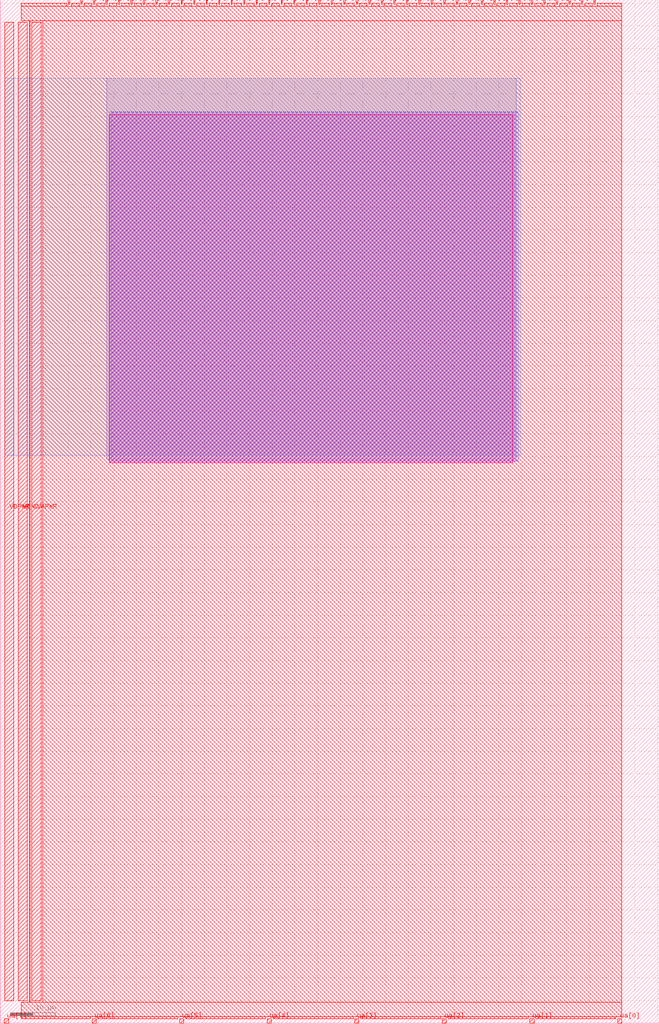
<source format=lef>
MACRO tt_um_sonos_flash_party
  CLASS BLOCK ;
  FOREIGN tt_um_sonos_flash_party ;
  ORIGIN 0.000 0.000 ;
  SIZE 145.360 BY 225.760 ;
  PIN clk
    DIRECTION INPUT ;
    USE SIGNAL ;
    ANTENNAGATEAREA 2.000000 ;
    PORT
      LAYER met4 ;
        RECT 128.190 224.760 128.490 225.760 ;
    END
  END clk
  PIN ena
    DIRECTION INPUT ;
    USE SIGNAL ;
    PORT
      LAYER met4 ;
        RECT 130.950 224.760 131.250 225.760 ;
    END
  END ena
  PIN rst_n
    DIRECTION INPUT ;
    USE SIGNAL ;
    PORT
      LAYER met4 ;
        RECT 125.430 224.760 125.730 225.760 ;
    END
  END rst_n
  PIN ua[0]
    DIRECTION INOUT ;
    USE SIGNAL ;
    ANTENNAGATEAREA 10.000000 ;
    ANTENNADIFFAREA 8.497000 ;
    PORT
      LAYER met4 ;
        RECT 136.170 0.000 137.070 1.000 ;
    END
  END ua[0]
  PIN ua[1]
    DIRECTION INOUT ;
    USE SIGNAL ;
    PORT
      LAYER met4 ;
        RECT 116.850 0.000 117.750 1.000 ;
    END
  END ua[1]
  PIN ua[2]
    DIRECTION INOUT ;
    USE SIGNAL ;
    PORT
      LAYER met4 ;
        RECT 97.530 0.000 98.430 1.000 ;
    END
  END ua[2]
  PIN ua[3]
    DIRECTION INOUT ;
    USE SIGNAL ;
    PORT
      LAYER met4 ;
        RECT 78.210 0.000 79.110 1.000 ;
    END
  END ua[3]
  PIN ua[4]
    DIRECTION INOUT ;
    USE SIGNAL ;
    PORT
      LAYER met4 ;
        RECT 58.890 0.000 59.790 1.000 ;
    END
  END ua[4]
  PIN ua[5]
    DIRECTION INOUT ;
    USE SIGNAL ;
    PORT
      LAYER met4 ;
        RECT 39.570 0.000 40.470 1.000 ;
    END
  END ua[5]
  PIN ua[6]
    DIRECTION INOUT ;
    USE SIGNAL ;
    PORT
      LAYER met4 ;
        RECT 20.250 0.000 21.150 1.000 ;
    END
  END ua[6]
  PIN ua[7]
    DIRECTION INOUT ;
    USE SIGNAL ;
    PORT
      LAYER met4 ;
        RECT 0.930 0.000 1.830 1.000 ;
    END
  END ua[7]
  PIN ui_in[0]
    DIRECTION INPUT ;
    USE SIGNAL ;
    ANTENNAGATEAREA 19.500000 ;
    PORT
      LAYER met4 ;
        RECT 122.670 224.760 122.970 225.760 ;
    END
  END ui_in[0]
  PIN ui_in[1]
    DIRECTION INPUT ;
    USE SIGNAL ;
    ANTENNAGATEAREA 19.500000 ;
    PORT
      LAYER met4 ;
        RECT 119.910 224.760 120.210 225.760 ;
    END
  END ui_in[1]
  PIN ui_in[2]
    DIRECTION INPUT ;
    USE SIGNAL ;
    ANTENNAGATEAREA 7.000000 ;
    PORT
      LAYER met4 ;
        RECT 117.150 224.760 117.450 225.760 ;
    END
  END ui_in[2]
  PIN ui_in[3]
    DIRECTION INPUT ;
    USE SIGNAL ;
    PORT
      LAYER met4 ;
        RECT 114.390 224.760 114.690 225.760 ;
    END
  END ui_in[3]
  PIN ui_in[4]
    DIRECTION INPUT ;
    USE SIGNAL ;
    PORT
      LAYER met4 ;
        RECT 111.630 224.760 111.930 225.760 ;
    END
  END ui_in[4]
  PIN ui_in[5]
    DIRECTION INPUT ;
    USE SIGNAL ;
    PORT
      LAYER met4 ;
        RECT 108.870 224.760 109.170 225.760 ;
    END
  END ui_in[5]
  PIN ui_in[6]
    DIRECTION INPUT ;
    USE SIGNAL ;
    PORT
      LAYER met4 ;
        RECT 106.110 224.760 106.410 225.760 ;
    END
  END ui_in[6]
  PIN ui_in[7]
    DIRECTION INPUT ;
    USE SIGNAL ;
    PORT
      LAYER met4 ;
        RECT 103.350 224.760 103.650 225.760 ;
    END
  END ui_in[7]
  PIN uio_in[0]
    DIRECTION INPUT ;
    USE SIGNAL ;
    PORT
      LAYER met4 ;
        RECT 100.590 224.760 100.890 225.760 ;
    END
  END uio_in[0]
  PIN uio_in[1]
    DIRECTION INPUT ;
    USE SIGNAL ;
    PORT
      LAYER met4 ;
        RECT 97.830 224.760 98.130 225.760 ;
    END
  END uio_in[1]
  PIN uio_in[2]
    DIRECTION INPUT ;
    USE SIGNAL ;
    PORT
      LAYER met4 ;
        RECT 95.070 224.760 95.370 225.760 ;
    END
  END uio_in[2]
  PIN uio_in[3]
    DIRECTION INPUT ;
    USE SIGNAL ;
    PORT
      LAYER met4 ;
        RECT 92.310 224.760 92.610 225.760 ;
    END
  END uio_in[3]
  PIN uio_in[4]
    DIRECTION INPUT ;
    USE SIGNAL ;
    PORT
      LAYER met4 ;
        RECT 89.550 224.760 89.850 225.760 ;
    END
  END uio_in[4]
  PIN uio_in[5]
    DIRECTION INPUT ;
    USE SIGNAL ;
    PORT
      LAYER met4 ;
        RECT 86.790 224.760 87.090 225.760 ;
    END
  END uio_in[5]
  PIN uio_in[6]
    DIRECTION INPUT ;
    USE SIGNAL ;
    PORT
      LAYER met4 ;
        RECT 84.030 224.760 84.330 225.760 ;
    END
  END uio_in[6]
  PIN uio_in[7]
    DIRECTION INPUT ;
    USE SIGNAL ;
    PORT
      LAYER met4 ;
        RECT 81.270 224.760 81.570 225.760 ;
    END
  END uio_in[7]
  PIN uio_oe[0]
    DIRECTION OUTPUT ;
    USE SIGNAL ;
    ANTENNAGATEAREA 5.000000 ;
    ANTENNADIFFAREA 50.911999 ;
    PORT
      LAYER met4 ;
        RECT 34.350 224.760 34.650 225.760 ;
    END
  END uio_oe[0]
  PIN uio_oe[1]
    DIRECTION OUTPUT ;
    USE SIGNAL ;
    ANTENNAGATEAREA 5.000000 ;
    ANTENNADIFFAREA 50.911999 ;
    PORT
      LAYER met4 ;
        RECT 31.590 224.760 31.890 225.760 ;
    END
  END uio_oe[1]
  PIN uio_oe[2]
    DIRECTION OUTPUT ;
    USE SIGNAL ;
    ANTENNAGATEAREA 5.000000 ;
    ANTENNADIFFAREA 50.911999 ;
    PORT
      LAYER met4 ;
        RECT 28.830 224.760 29.130 225.760 ;
    END
  END uio_oe[2]
  PIN uio_oe[3]
    DIRECTION OUTPUT ;
    USE SIGNAL ;
    ANTENNAGATEAREA 5.000000 ;
    ANTENNADIFFAREA 50.911999 ;
    PORT
      LAYER met4 ;
        RECT 26.070 224.760 26.370 225.760 ;
    END
  END uio_oe[3]
  PIN uio_oe[4]
    DIRECTION OUTPUT ;
    USE SIGNAL ;
    ANTENNAGATEAREA 5.000000 ;
    ANTENNADIFFAREA 50.911999 ;
    PORT
      LAYER met4 ;
        RECT 23.310 224.760 23.610 225.760 ;
    END
  END uio_oe[4]
  PIN uio_oe[5]
    DIRECTION OUTPUT ;
    USE SIGNAL ;
    ANTENNAGATEAREA 5.000000 ;
    ANTENNADIFFAREA 50.911999 ;
    PORT
      LAYER met4 ;
        RECT 20.550 224.760 20.850 225.760 ;
    END
  END uio_oe[5]
  PIN uio_oe[6]
    DIRECTION OUTPUT ;
    USE SIGNAL ;
    ANTENNAGATEAREA 5.000000 ;
    ANTENNADIFFAREA 50.911999 ;
    PORT
      LAYER met4 ;
        RECT 17.790 224.760 18.090 225.760 ;
    END
  END uio_oe[6]
  PIN uio_oe[7]
    DIRECTION OUTPUT ;
    USE SIGNAL ;
    ANTENNAGATEAREA 5.000000 ;
    ANTENNADIFFAREA 50.911999 ;
    PORT
      LAYER met4 ;
        RECT 15.030 224.760 15.330 225.760 ;
    END
  END uio_oe[7]
  PIN uio_out[0]
    DIRECTION OUTPUT ;
    USE SIGNAL ;
    ANTENNAGATEAREA 5.000000 ;
    ANTENNADIFFAREA 50.911999 ;
    PORT
      LAYER met4 ;
        RECT 56.430 224.760 56.730 225.760 ;
    END
  END uio_out[0]
  PIN uio_out[1]
    DIRECTION OUTPUT ;
    USE SIGNAL ;
    ANTENNAGATEAREA 5.000000 ;
    ANTENNADIFFAREA 50.911999 ;
    PORT
      LAYER met4 ;
        RECT 53.670 224.760 53.970 225.760 ;
    END
  END uio_out[1]
  PIN uio_out[2]
    DIRECTION OUTPUT ;
    USE SIGNAL ;
    ANTENNAGATEAREA 5.000000 ;
    ANTENNADIFFAREA 50.911999 ;
    PORT
      LAYER met4 ;
        RECT 50.910 224.760 51.210 225.760 ;
    END
  END uio_out[2]
  PIN uio_out[3]
    DIRECTION OUTPUT ;
    USE SIGNAL ;
    ANTENNAGATEAREA 5.000000 ;
    ANTENNADIFFAREA 50.911999 ;
    PORT
      LAYER met4 ;
        RECT 48.150 224.760 48.450 225.760 ;
    END
  END uio_out[3]
  PIN uio_out[4]
    DIRECTION OUTPUT ;
    USE SIGNAL ;
    ANTENNAGATEAREA 5.000000 ;
    ANTENNADIFFAREA 50.911999 ;
    PORT
      LAYER met4 ;
        RECT 45.390 224.760 45.690 225.760 ;
    END
  END uio_out[4]
  PIN uio_out[5]
    DIRECTION OUTPUT ;
    USE SIGNAL ;
    ANTENNAGATEAREA 5.000000 ;
    ANTENNADIFFAREA 50.911999 ;
    PORT
      LAYER met4 ;
        RECT 42.630 224.760 42.930 225.760 ;
    END
  END uio_out[5]
  PIN uio_out[6]
    DIRECTION OUTPUT ;
    USE SIGNAL ;
    ANTENNAGATEAREA 5.000000 ;
    ANTENNADIFFAREA 50.911999 ;
    PORT
      LAYER met4 ;
        RECT 39.870 224.760 40.170 225.760 ;
    END
  END uio_out[6]
  PIN uio_out[7]
    DIRECTION OUTPUT ;
    USE SIGNAL ;
    ANTENNAGATEAREA 5.000000 ;
    ANTENNADIFFAREA 50.911999 ;
    PORT
      LAYER met4 ;
        RECT 37.110 224.760 37.410 225.760 ;
    END
  END uio_out[7]
  PIN uo_out[0]
    DIRECTION OUTPUT ;
    USE SIGNAL ;
    ANTENNADIFFAREA 0.580000 ;
    PORT
      LAYER met4 ;
        RECT 78.510 224.760 78.810 225.760 ;
    END
  END uo_out[0]
  PIN uo_out[1]
    DIRECTION OUTPUT ;
    USE SIGNAL ;
    ANTENNAGATEAREA 5.000000 ;
    ANTENNADIFFAREA 50.911999 ;
    PORT
      LAYER met4 ;
        RECT 75.750 224.760 76.050 225.760 ;
    END
  END uo_out[1]
  PIN uo_out[2]
    DIRECTION OUTPUT ;
    USE SIGNAL ;
    ANTENNAGATEAREA 5.000000 ;
    ANTENNADIFFAREA 50.911999 ;
    PORT
      LAYER met4 ;
        RECT 72.990 224.760 73.290 225.760 ;
    END
  END uo_out[2]
  PIN uo_out[3]
    DIRECTION OUTPUT ;
    USE SIGNAL ;
    ANTENNAGATEAREA 5.000000 ;
    ANTENNADIFFAREA 50.911999 ;
    PORT
      LAYER met4 ;
        RECT 70.230 224.760 70.530 225.760 ;
    END
  END uo_out[3]
  PIN uo_out[4]
    DIRECTION OUTPUT ;
    USE SIGNAL ;
    ANTENNAGATEAREA 5.000000 ;
    ANTENNADIFFAREA 50.911999 ;
    PORT
      LAYER met4 ;
        RECT 67.470 224.760 67.770 225.760 ;
    END
  END uo_out[4]
  PIN uo_out[5]
    DIRECTION OUTPUT ;
    USE SIGNAL ;
    ANTENNAGATEAREA 5.000000 ;
    ANTENNADIFFAREA 50.911999 ;
    PORT
      LAYER met4 ;
        RECT 64.710 224.760 65.010 225.760 ;
    END
  END uo_out[5]
  PIN uo_out[6]
    DIRECTION OUTPUT ;
    USE SIGNAL ;
    ANTENNAGATEAREA 5.000000 ;
    ANTENNADIFFAREA 50.911999 ;
    PORT
      LAYER met4 ;
        RECT 61.950 224.760 62.250 225.760 ;
    END
  END uo_out[6]
  PIN uo_out[7]
    DIRECTION OUTPUT ;
    USE SIGNAL ;
    ANTENNAGATEAREA 5.000000 ;
    ANTENNADIFFAREA 50.911999 ;
    PORT
      LAYER met4 ;
        RECT 59.190 224.760 59.490 225.760 ;
    END
  END uo_out[7]
  PIN VDPWR
    DIRECTION INOUT ;
    USE POWER ;
    PORT
      LAYER met4 ;
        RECT 1.000 5.000 3.000 220.760 ;
    END
  END VDPWR
  PIN VGND
    DIRECTION INOUT ;
    USE GROUND ;
    PORT
      LAYER met4 ;
        RECT 4.000 5.000 6.000 220.760 ;
    END
  END VGND
  PIN VAPWR
    DIRECTION INOUT ;
    USE POWER ;
    PORT
      LAYER met4 ;
        RECT 7.000 5.000 9.000 220.760 ;
    END
  END VAPWR
  OBS
      LAYER nwell ;
        RECT 24.060 123.650 113.100 200.375 ;
      LAYER li1 ;
        RECT 24.450 124.040 113.840 200.975 ;
      LAYER met1 ;
        RECT 24.130 123.950 114.270 201.005 ;
      LAYER met2 ;
        RECT 23.545 124.390 113.790 208.475 ;
      LAYER met3 ;
        RECT 1.030 125.325 114.695 208.455 ;
      LAYER met4 ;
        RECT 4.610 224.360 14.630 224.950 ;
        RECT 15.730 224.360 17.390 224.950 ;
        RECT 18.490 224.360 20.150 224.950 ;
        RECT 21.250 224.360 22.910 224.950 ;
        RECT 24.010 224.360 25.670 224.950 ;
        RECT 26.770 224.360 28.430 224.950 ;
        RECT 29.530 224.360 31.190 224.950 ;
        RECT 32.290 224.360 33.950 224.950 ;
        RECT 35.050 224.360 36.710 224.950 ;
        RECT 37.810 224.360 39.470 224.950 ;
        RECT 40.570 224.360 42.230 224.950 ;
        RECT 43.330 224.360 44.990 224.950 ;
        RECT 46.090 224.360 47.750 224.950 ;
        RECT 48.850 224.360 50.510 224.950 ;
        RECT 51.610 224.360 53.270 224.950 ;
        RECT 54.370 224.360 56.030 224.950 ;
        RECT 57.130 224.360 58.790 224.950 ;
        RECT 59.890 224.360 61.550 224.950 ;
        RECT 62.650 224.360 64.310 224.950 ;
        RECT 65.410 224.360 67.070 224.950 ;
        RECT 68.170 224.360 69.830 224.950 ;
        RECT 70.930 224.360 72.590 224.950 ;
        RECT 73.690 224.360 75.350 224.950 ;
        RECT 76.450 224.360 78.110 224.950 ;
        RECT 79.210 224.360 80.870 224.950 ;
        RECT 81.970 224.360 83.630 224.950 ;
        RECT 84.730 224.360 86.390 224.950 ;
        RECT 87.490 224.360 89.150 224.950 ;
        RECT 90.250 224.360 91.910 224.950 ;
        RECT 93.010 224.360 94.670 224.950 ;
        RECT 95.770 224.360 97.430 224.950 ;
        RECT 98.530 224.360 100.190 224.950 ;
        RECT 101.290 224.360 102.950 224.950 ;
        RECT 104.050 224.360 105.710 224.950 ;
        RECT 106.810 224.360 108.470 224.950 ;
        RECT 109.570 224.360 111.230 224.950 ;
        RECT 112.330 224.360 113.990 224.950 ;
        RECT 115.090 224.360 116.750 224.950 ;
        RECT 117.850 224.360 119.510 224.950 ;
        RECT 120.610 224.360 122.270 224.950 ;
        RECT 123.370 224.360 125.030 224.950 ;
        RECT 126.130 224.360 127.790 224.950 ;
        RECT 128.890 224.360 130.550 224.950 ;
        RECT 131.650 224.360 137.070 224.950 ;
        RECT 4.610 221.160 137.070 224.360 ;
        RECT 6.400 4.600 6.600 221.160 ;
        RECT 9.400 4.600 137.070 221.160 ;
        RECT 4.610 1.400 137.070 4.600 ;
        RECT 4.610 1.000 19.850 1.400 ;
        RECT 21.550 1.000 39.170 1.400 ;
        RECT 40.870 1.000 58.490 1.400 ;
        RECT 60.190 1.000 77.810 1.400 ;
        RECT 79.510 1.000 97.130 1.400 ;
        RECT 98.830 1.000 116.450 1.400 ;
        RECT 118.150 1.000 135.770 1.400 ;
  END
END tt_um_sonos_flash_party
END LIBRARY


</source>
